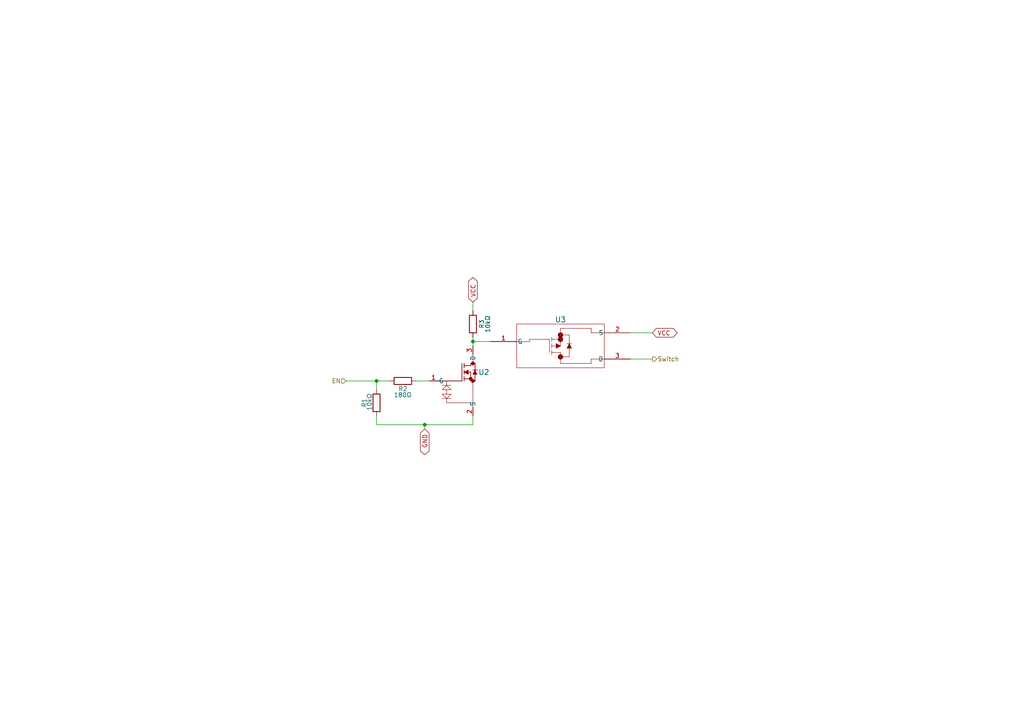
<source format=kicad_sch>
(kicad_sch (version 20231120) (generator "eeschema") (generator_version "8.0")
  (paper "A4")
  (lib_symbols
    (symbol "2024-05-30_19-44-23:2N7002K-T1-GE3" (pin_names (offset 0.254))
      (property "Reference" "Q" (at 19.05 17.145 0))
      (property "Value" "2N7002K-T1-GE3" (at 19.05 12.7 0))
      (symbol "2N7002K-T1-GE3_0_1"
        (polyline (pts (xy 2.54 0) (xy 9.525 0)) (stroke (width 0.2032)))
        (polyline (pts (xy 3.81 -5.08) (xy 6.35 -5.08)) (stroke (width 0.127)))
        (polyline (pts (xy 3.81 -2.54) (xy 6.35 -2.54)) (stroke (width 0.127)))
        (polyline (pts (xy 3.81 -1.27) (xy 6.35 -1.27)) (stroke (width 0.127)))
        (polyline (pts (xy 5.08 -6.35) (xy 12.7 -6.35)) (stroke (width 0.127)))
        (polyline (pts (xy 5.08 -5.08) (xy 3.81 -3.81)) (stroke (width 0.127)))
        (polyline (pts (xy 5.08 -5.08) (xy 5.08 -6.35)) (stroke (width 0.127)))
        (polyline (pts (xy 5.08 -3.81) (xy 3.81 -3.81)) (stroke (width 0.127)))
        (polyline (pts (xy 5.08 -3.81) (xy 6.35 -3.81)) (stroke (width 0.127)))
        (polyline (pts (xy 5.08 -2.54) (xy 5.08 -3.81)) (stroke (width 0.127)))
        (polyline (pts (xy 5.08 -1.27) (xy 3.81 -2.54)) (stroke (width 0.127)))
        (polyline (pts (xy 5.08 0) (xy 5.08 -1.27)) (stroke (width 0.127)))
        (polyline (pts (xy 6.35 -3.81) (xy 5.08 -5.08)) (stroke (width 0.127)))
        (polyline (pts (xy 6.35 -2.54) (xy 5.08 -1.27)) (stroke (width 0.127)))
        (polyline (pts (xy 9.525 0) (xy 9.525 5.08)) (stroke (width 0.2032)))
        (polyline (pts (xy 10.16 0) (xy 10.16 1.27)) (stroke (width 0.2032)))
        (polyline (pts (xy 10.16 0.635) (xy 12.065 0.635)) (stroke (width 0.2032)))
        (polyline (pts (xy 10.16 1.905) (xy 10.16 3.175)) (stroke (width 0.2032)))
        (polyline (pts (xy 10.16 3.81) (xy 10.16 5.08)) (stroke (width 0.2032)))
        (polyline (pts (xy 10.16 4.445) (xy 12.065 4.445)) (stroke (width 0.2032)))
        (polyline (pts (xy 11.43 2.54) (xy 12.065 2.54)) (stroke (width 0.2032)))
        (polyline (pts (xy 12.065 0) (xy 12.065 2.54)) (stroke (width 0.2032)))
        (polyline (pts (xy 12.065 0) (xy 13.335 0)) (stroke (width 0.2032)))
        (polyline (pts (xy 12.065 4.445) (xy 12.065 5.08)) (stroke (width 0.2032)))
        (polyline (pts (xy 12.065 5.08) (xy 13.335 5.08)) (stroke (width 0.2032)))
        (polyline (pts (xy 12.7 0) (xy 12.7 -7.62)) (stroke (width 0.127)))
        (polyline (pts (xy 12.7 7.62) (xy 12.7254 5.08)) (stroke (width 0.127)))
        (polyline (pts (xy 13.335 0) (xy 13.335 1.905)) (stroke (width 0.2032)))
        (polyline (pts (xy 13.335 3.175) (xy 13.335 5.08)) (stroke (width 0.2032)))
        (polyline (pts (xy 13.97 3.175) (xy 12.7 3.175)) (stroke (width 0.2032)))
        (polyline (pts (xy 11.43 3.175) (xy 10.16 2.54) (xy 11.43 1.905)) (fill (type outline)))
        (polyline (pts (xy 13.97 1.905) (xy 12.7 1.905) (xy 13.335 3.175)) (fill (type outline)))
        (circle (center 12.065 0.635) (radius 0.0254) (stroke (width 0.508)))
        (circle (center 12.7 0) (radius 0.0254) (stroke (width 0.508)))
        (circle (center 12.7 5.08) (radius 0.0254) (stroke (width 0.508)))
        (pin unspecified line (at 0 0 0) (length 2.54) (name "G") (number "1"))
        (pin unspecified line (at 12.7 -10.16 90) (length 2.54) (name "S") (number "2"))
        (pin unspecified line (at 12.7 10.16 270) (length 2.54) (name "D") (number "3"))
      )
    )
    (symbol "2024-05-30_19-45-52:SI2307CDS-T1-BE3" (pin_names (offset 0.254))
      (property "Reference" "U" (at 20.32 10.16 0))
      (property "Value" "SI2307CDS-T1-BE3" (at 20.32 7.62 0))
      (symbol "SI2307CDS-T1-BE3_0_1"
        (polyline (pts (xy 7.62 -7.62) (xy 33.02 -7.62)) (stroke (width 0.127)))
        (polyline (pts (xy 7.62 5.08) (xy 7.62 -7.62)) (stroke (width 0.127)))
        (polyline (pts (xy 11.43 0) (xy 7.62 0)) (stroke (width 0.127)))
        (polyline (pts (xy 11.43 0.635) (xy 11.43 0)) (stroke (width 0.127)))
        (polyline (pts (xy 17.145 -3.175) (xy 17.145 0.635)) (stroke (width 0.127)))
        (polyline (pts (xy 17.145 0.635) (xy 11.43 0.635)) (stroke (width 0.127)))
        (polyline (pts (xy 17.78 -3.175) (xy 20.32 -3.175)) (stroke (width 0.127)))
        (polyline (pts (xy 17.78 -2.54) (xy 17.78 -3.81)) (stroke (width 0.127)))
        (polyline (pts (xy 17.78 -0.635) (xy 17.78 -1.905)) (stroke (width 0.127)))
        (polyline (pts (xy 17.78 0) (xy 17.78 1.27)) (stroke (width 0.127)))
        (polyline (pts (xy 17.78 0.635) (xy 20.32 0.635)) (stroke (width 0.127)))
        (polyline (pts (xy 19.05 -1.905) (xy 20.32 -1.27)) (stroke (width 0.127)))
        (polyline (pts (xy 19.05 -0.635) (xy 19.05 -1.905)) (stroke (width 0.127)))
        (polyline (pts (xy 20.32 -6.35) (xy 29.21 -6.35)) (stroke (width 0.127)))
        (polyline (pts (xy 20.32 -4.445) (xy 22.86 -4.445)) (stroke (width 0.127)))
        (polyline (pts (xy 20.32 -3.175) (xy 20.32 -6.35)) (stroke (width 0.127)))
        (polyline (pts (xy 20.32 -1.27) (xy 17.78 -1.27)) (stroke (width 0.127)))
        (polyline (pts (xy 20.32 -1.27) (xy 19.05 -0.635)) (stroke (width 0.127)))
        (polyline (pts (xy 20.32 -1.27) (xy 20.32 3.81)) (stroke (width 0.127)))
        (polyline (pts (xy 20.32 3.81) (xy 29.21 3.81)) (stroke (width 0.127)))
        (polyline (pts (xy 22.225 -1.905) (xy 23.495 -1.905)) (stroke (width 0.127)))
        (polyline (pts (xy 22.225 -0.635) (xy 23.495 -0.635)) (stroke (width 0.127)))
        (polyline (pts (xy 22.86 -4.445) (xy 22.86 1.905)) (stroke (width 0.127)))
        (polyline (pts (xy 22.86 -0.635) (xy 22.225 -1.905)) (stroke (width 0.127)))
        (polyline (pts (xy 22.86 1.905) (xy 20.32 1.905)) (stroke (width 0.127)))
        (polyline (pts (xy 23.495 -1.905) (xy 22.86 -0.635)) (stroke (width 0.127)))
        (polyline (pts (xy 29.21 -5.08) (xy 29.21 -6.35)) (stroke (width 0.127)))
        (polyline (pts (xy 29.21 2.54) (xy 29.21 3.81)) (stroke (width 0.127)))
        (polyline (pts (xy 33.02 -7.62) (xy 33.02 5.08)) (stroke (width 0.127)))
        (polyline (pts (xy 33.02 -5.08) (xy 29.21 -5.08)) (stroke (width 0.127)))
        (polyline (pts (xy 33.02 2.54) (xy 29.21 2.54)) (stroke (width 0.127)))
        (polyline (pts (xy 33.02 5.08) (xy 7.62 5.08)) (stroke (width 0.127)))
        (polyline (pts (xy 19.05 -0.635) (xy 20.32 -1.27) (xy 19.05 -1.905)) (fill (type outline)))
        (polyline (pts (xy 22.225 -1.905) (xy 23.495 -1.905) (xy 22.86 -0.635)) (fill (type outline)))
        (circle (center 20.32 -4.445) (radius 0.127) (stroke (width 0.635)))
        (circle (center 20.32 0.635) (radius 0.127) (stroke (width 0.635)))
        (circle (center 20.32 1.905) (radius 0.127) (stroke (width 0.635)))
        (pin unspecified line (at 0 0 0) (length 7.62) (name "G") (number "1"))
        (pin unspecified line (at 40.64 2.54 180) (length 7.62) (name "S") (number "2"))
        (pin unspecified line (at 40.64 -5.08 180) (length 7.62) (name "D") (number "3"))
      )
    )
    (symbol "Device:R" (pin_numbers hide) (pin_names (offset 0))
      (property "Reference" "R" (at 2.032 0 90))
      (property "Value" "R" (at 0 0 90))
      (symbol "R_0_1"
        (rectangle (start -1.016 -2.54) (end 1.016 2.54) (stroke (width 0.254)))
      )
      (symbol "R_1_1"
        (pin passive line (at 0 3.81 270) (length 1.27) (name "~") (number "1"))
        (pin passive line (at 0 -3.81 90) (length 1.27) (name "~") (number "2"))
      )
    )
  )
  (junction (at 109.22 110.49))
  (junction (at 123.19 123.19))
  (junction (at 137.16 99.06))
  (wire (pts (xy 100.33 110.49) (xy 109.22 110.49)))
  (wire (pts (xy 182.88 96.52) (xy 189.23 96.52)))
  (wire (pts (xy 109.22 110.49) (xy 109.22 113.03)))
  (wire (pts (xy 137.16 87.63) (xy 137.16 90.17)))
  (wire (pts (xy 109.22 123.19) (xy 123.19 123.19)))
  (wire (pts (xy 137.16 97.79) (xy 137.16 99.06)))
  (wire (pts (xy 120.65 110.49) (xy 124.46 110.49)))
  (wire (pts (xy 109.22 120.65) (xy 109.22 123.19)))
  (wire (pts (xy 123.19 123.19) (xy 123.19 124.46)))
  (wire (pts (xy 123.19 123.19) (xy 137.16 123.19)))
  (wire (pts (xy 182.88 104.14) (xy 189.23 104.14)))
  (wire (pts (xy 137.16 99.06) (xy 142.24 99.06)))
  (wire (pts (xy 113.03 110.49) (xy 109.22 110.49)))
  (wire (pts (xy 137.16 120.65) (xy 137.16 123.19)))
  (wire (pts (xy 137.16 99.06) (xy 137.16 100.33)))
  (global_label "VCC" (shape bidirectional) (at 137.16 87.63 90) (property "Intersheetrefs" "${INTERSHEET_REFS}" (effects (hide yes))))
  (global_label "VCC" (shape bidirectional) (at 189.23 96.52 0) (property "Intersheetrefs" "${INTERSHEET_REFS}" (effects (hide yes))))
  (global_label "GND" (shape bidirectional) (at 123.19 124.46 270) (property "Intersheetrefs" "${INTERSHEET_REFS}" (effects (hide yes))))
  (hierarchical_label "Switch" (shape output) (at 189.23 104.14 0))
  (hierarchical_label "EN" (shape input) (at 100.33 110.49 180))
  (symbol (lib_id "Device:R") (at 116.84 110.49 90) (unit 1)
    (property "Reference" "R2" (at 116.84 112.776 90))
    (property "Value" "180Ω" (at 116.84 114.554 90))
    (property "Footprint" "Resistor_SMD:R_0805_2012Metric_Pad1.20x1.40mm_HandSolder" (effects (hide yes)))
    (property "Description" "Resistor" (effects (hide yes)))
  )
  (symbol (lib_id "2024-05-30_19-45-52:SI2307CDS-T1-BE3") (at 142.24 99.06 0) (unit 1)
    (property "Reference" "U3" (at 162.56 92.71 0) (effects (font (size 1.524 1.524))))
    (property "Value" "SI2307CDS-T1-BE3" (effects (hide yes)))
    (property "Footprint" "footprints:SOT-23_VIS" (effects (hide yes)))
    (property "Datasheet" "SI2307CDS-T1-BE3" (effects (hide yes)))
  )
  (symbol (lib_id "Device:R") (at 109.22 116.84 0) (unit 1)
    (property "Reference" "R1" (at 105.664 116.84 90))
    (property "Value" "10kΩ" (at 107.188 116.586 90))
    (property "Footprint" "Resistor_SMD:R_0805_2012Metric_Pad1.20x1.40mm_HandSolder" (effects (hide yes)))
    (property "Description" "Resistor" (effects (hide yes)))
  )
  (symbol (lib_id "2024-05-30_19-44-23:2N7002K-T1-GE3") (at 124.46 110.49 0) (unit 1)
    (property "Reference" "U2" (at 138.684 107.95 0) (effects (font (size 1.524 1.524)) (justify left)))
    (property "Value" "2N7002K-T1-GE3" (effects (hide yes)))
    (property "Footprint" "footprints:SOT_02K-T1-GE3_VIS" (effects (hide yes)))
    (property "Datasheet" "2N7002K-T1-GE3" (effects (hide yes)))
  )
  (symbol (lib_id "Device:R") (at 137.16 93.98 180) (unit 1)
    (property "Reference" "R3" (at 139.7 93.98 90))
    (property "Value" "10kΩ" (at 141.478 93.98 90))
    (property "Footprint" "Resistor_SMD:R_0805_2012Metric_Pad1.20x1.40mm_HandSolder" (effects (hide yes)))
    (property "Description" "Resistor" (effects (hide yes)))
  )
)
</source>
